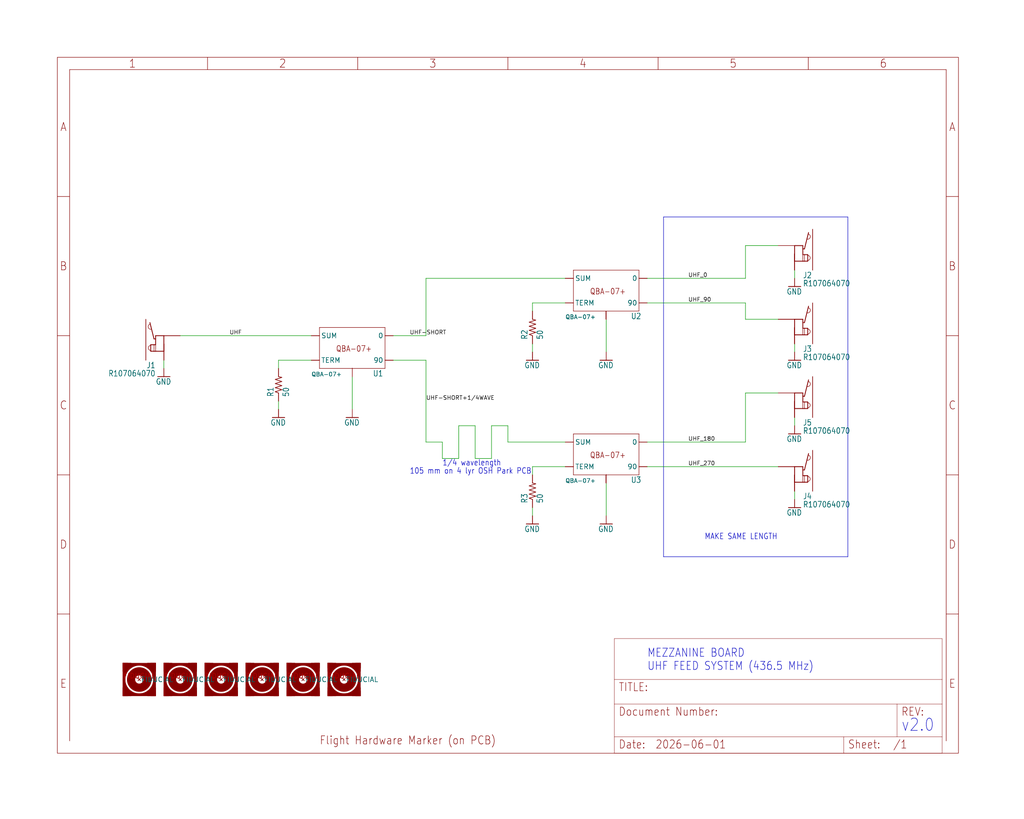
<source format=kicad_sch>
(kicad_sch (version 20250114) (generator "eeschema") (generator_version "9.0")
  (paper "User" 317.5 254.127)
  (lib_symbols
    (symbol "plusz-end-card-with-turnstile-mezzanine-eagle-import:FIDUCIAL-1.0X2.0"
      (symbol "FIDUCIAL-1.0X2.0_1_0"
        (polyline (pts (xy -5.08 5.08) (xy 5.08 5.08)) (stroke (width 0.127)))
        (rectangle (start -5.08 3.556) (end -2.54 5.08) (fill (type outline)))
        (rectangle (start -5.08 2.54) (end -3.556 5.08) (fill (type outline)))
        (rectangle (start -5.08 -5.08) (end -3.556 -2.54) (fill (type outline)))
        (rectangle (start -5.08 -5.08) (end -2.54 -3.556) (fill (type outline)))
        (polyline (pts (xy -5.08 -5.08) (xy -5.08 5.08)) (stroke (width 0.127)))
        (polyline (pts (xy -5.08 -5.08) (xy 5.08 -5.08)) (stroke (width 0.127)))
        (polyline (pts (xy -4.699 2.54) (xy -4.699 -2.54)) (stroke (width 0.762)))
        (polyline (pts (xy -2.54 4.699) (xy 2.54 4.699)) (stroke (width 0.762)))
        (polyline (pts (xy -2.54 -4.699) (xy 2.54 -4.699)) (stroke (width 0.762)))
        (circle (center 0 0) (radius 2.54) (stroke (width 2.54)))
        (circle (center 0 0) (radius 4.699) (stroke (width 0.762)))
        (rectangle (start 2.54 3.556) (end 5.08 5.08) (fill (type outline)))
        (rectangle (start 2.54 -5.08) (end 5.08 -3.556) (fill (type outline)))
        (rectangle (start 3.556 2.54) (end 5.08 5.08) (fill (type outline)))
        (rectangle (start 3.556 -5.08) (end 5.08 -2.54) (fill (type outline)))
        (polyline (pts (xy 4.699 -2.54) (xy 4.699 2.54)) (stroke (width 0.762)))
        (polyline (pts (xy 5.08 5.08) (xy 5.08 -5.08)) (stroke (width 0.127)))
        (pin no_connect line (at 0 0 0) (length 0) (name "FIDUCIAL") (number "FIDUCIAL"))
      )
    )
    (symbol "plusz-end-card-with-turnstile-mezzanine-eagle-import:FLIGHMARKERNEW"
      (symbol "FLIGHMARKERNEW_1_0"
        (text "Flight Hardware Marker (on PCB)" (at 0 0 0) (effects (font (size 2.54 2.159)) (justify left bottom)))
      )
    )
    (symbol "plusz-end-card-with-turnstile-mezzanine-eagle-import:FRAME_A_L"
      (symbol "FRAME_A_L_1_0"
        (polyline (pts (xy 0 215.9) (xy 279.4 215.9) (xy 279.4 0) (xy 0 0) (xy 0 215.9)))
        (polyline (pts (xy 0 172.72) (xy 3.81 172.72)))
        (polyline (pts (xy 0 129.54) (xy 3.81 129.54)))
        (polyline (pts (xy 0 86.36) (xy 3.81 86.36)))
        (polyline (pts (xy 0 43.18) (xy 3.81 43.18)))
        (polyline (pts (xy 3.81 212.09) (xy 3.81 3.81)))
        (polyline (pts (xy 46.5667 215.9) (xy 46.5667 212.09)))
        (polyline (pts (xy 93.1333 215.9) (xy 93.1333 212.09)))
        (polyline (pts (xy 139.7 215.9) (xy 139.7 212.09)))
        (polyline (pts (xy 186.2667 215.9) (xy 186.2667 212.09)))
        (polyline (pts (xy 232.8333 215.9) (xy 232.8333 212.09)))
        (polyline (pts (xy 275.59 212.09) (xy 3.81 212.09)))
        (polyline (pts (xy 275.59 212.09) (xy 275.59 3.81)))
        (polyline (pts (xy 275.59 172.72) (xy 279.4 172.72)))
        (polyline (pts (xy 275.59 129.54) (xy 279.4 129.54)))
        (polyline (pts (xy 275.59 86.36) (xy 279.4 86.36)))
        (polyline (pts (xy 275.59 43.18) (xy 279.4 43.18)))
        (text "A" (at 1.905 194.31 0) (effects (font (size 2.54 2.286))))
        (text "B" (at 1.905 151.13 0) (effects (font (size 2.54 2.286))))
        (text "C" (at 1.905 107.95 0) (effects (font (size 2.54 2.286))))
        (text "D" (at 1.905 64.77 0) (effects (font (size 2.54 2.286))))
        (text "E" (at 1.905 21.59 0) (effects (font (size 2.54 2.286))))
        (text "1" (at 23.2833 213.995 0) (effects (font (size 2.54 2.286))))
        (text "2" (at 69.85 213.995 0) (effects (font (size 2.54 2.286))))
        (text "3" (at 116.4167 213.995 0) (effects (font (size 2.54 2.286))))
        (text "4" (at 162.9833 213.995 0) (effects (font (size 2.54 2.286))))
        (text "5" (at 209.55 213.995 0) (effects (font (size 2.54 2.286))))
        (text "6" (at 256.1167 213.995 0) (effects (font (size 2.54 2.286))))
        (text "A" (at 277.495 194.31 0) (effects (font (size 2.54 2.286))))
        (text "B" (at 277.495 151.13 0) (effects (font (size 2.54 2.286))))
        (text "C" (at 277.495 107.95 0) (effects (font (size 2.54 2.286))))
        (text "D" (at 277.495 64.77 0) (effects (font (size 2.54 2.286))))
        (text "E" (at 277.495 21.59 0) (effects (font (size 2.54 2.286))))
      )
      (symbol "FRAME_A_L_2_0"
        (polyline (pts (xy 0 22.86) (xy 0 35.56)) (stroke (width 0.1016)))
        (polyline (pts (xy 0 22.86) (xy 101.6 22.86)) (stroke (width 0.1016)))
        (polyline (pts (xy 0 15.24) (xy 0 22.86)) (stroke (width 0.1016)))
        (polyline (pts (xy 0 5.08) (xy 0 15.24)) (stroke (width 0.1016)))
        (polyline (pts (xy 0 5.08) (xy 71.12 5.08)) (stroke (width 0.1016)))
        (polyline (pts (xy 0 0) (xy 0 5.08)) (stroke (width 0.1016)))
        (polyline (pts (xy 0 0) (xy 71.12 0)) (stroke (width 0.1016)))
        (polyline (pts (xy 71.12 5.08) (xy 71.12 0)) (stroke (width 0.1016)))
        (polyline (pts (xy 71.12 5.08) (xy 87.63 5.08)) (stroke (width 0.1016)))
        (polyline (pts (xy 71.12 0) (xy 101.6 0)) (stroke (width 0.1016)))
        (polyline (pts (xy 87.63 15.24) (xy 0 15.24)) (stroke (width 0.1016)))
        (polyline (pts (xy 87.63 15.24) (xy 87.63 5.08)) (stroke (width 0.1016)))
        (polyline (pts (xy 87.63 5.08) (xy 101.6 5.08)) (stroke (width 0.1016)))
        (polyline (pts (xy 101.6 35.56) (xy 0 35.56)) (stroke (width 0.1016)))
        (polyline (pts (xy 101.6 35.56) (xy 101.6 22.86)) (stroke (width 0.1016)))
        (polyline (pts (xy 101.6 22.86) (xy 101.6 15.24)) (stroke (width 0.1016)))
        (polyline (pts (xy 101.6 15.24) (xy 87.63 15.24)) (stroke (width 0.1016)))
        (polyline (pts (xy 101.6 15.24) (xy 101.6 5.08)) (stroke (width 0.1016)))
        (polyline (pts (xy 101.6 5.08) (xy 101.6 0)) (stroke (width 0.1016)))
        (text "TITLE:" (at 1.27 19.05 0) (effects (font (size 2.54 2.159)) (justify left bottom)))
        (text "Document Number:" (at 1.27 11.43 0) (effects (font (size 2.54 2.159)) (justify left bottom)))
        (text "Date:" (at 1.27 1.27 0) (effects (font (size 2.54 2.159)) (justify left bottom)))
        (text "${CURRENT_DATE}" (at 12.7 1.27 0) (effects (font (size 2.54 2.159)) (justify left bottom)))
        (text "${PROJECTNAME}" (at 17.78 19.05 0) (effects (font (size 2.54 2.159)) (justify left bottom)))
        (text "Sheet:" (at 72.39 1.27 0) (effects (font (size 2.54 2.159)) (justify left bottom)))
        (text "${#}/${##}" (at 86.36 1.27 0) (effects (font (size 2.54 2.159)) (justify left bottom)))
        (text "REV:" (at 88.9 11.43 0) (effects (font (size 2.54 2.159)) (justify left bottom)))
      )
    )
    (symbol "plusz-end-card-with-turnstile-mezzanine-eagle-import:GND" (power)
      (symbol "GND_1_0"
        (polyline (pts (xy -1.905 0) (xy 1.905 0)) (stroke (width 0.254)))
        (pin power_in line (at 0 2.54 270) (length 2.54) (name "GND") (number "1"))
      )
    )
    (symbol "plusz-end-card-with-turnstile-mezzanine-eagle-import:QBA-07+"
      (property "Reference" "U" (at -10.16 -10.16 0))
      (symbol "QBA-07+_1_0"
        (polyline (pts (xy -10.16 5.08) (xy 10.16 5.08)) (stroke (width 0.1524)))
        (polyline (pts (xy -10.16 -7.62) (xy -10.16 5.08)) (stroke (width 0.1524)))
        (polyline (pts (xy 10.16 5.08) (xy 10.16 -7.62)) (stroke (width 0.1524)))
        (polyline (pts (xy 10.16 -7.62) (xy -10.16 -7.62)) (stroke (width 0.1524)))
        (text "QBA-07+" (at -5.08 -2.54 0) (effects (font (size 1.778 1.5113)) (justify left bottom)))
        (pin passive line (at -12.7 2.54 0) (length 2.54) (name "SUM") (number "1"))
        (pin passive line (at -12.7 -5.08 0) (length 2.54) (name "TERM") (number "5"))
        (pin power_in line (at 0 -10.16 90) (length 2.54) (name "GND") (number "2"))
        (pin power_in line (at 0 -10.16 90) (length 2.54) (name "GND") (number "3"))
        (pin power_in line (at 0 -10.16 90) (length 2.54) (name "GND") (number "4"))
        (pin power_in line (at 0 -10.16 90) (length 2.54) (name "GND") (number "7"))
        (pin power_in line (at 0 -10.16 90) (length 2.54) (name "GND") (number "8"))
        (pin power_in line (at 0 -10.16 90) (length 2.54) (name "GND") (number "9"))
        (pin power_in line (at 0 -10.16 90) (length 2.54) (name "GND") (number "GND-NO-PAD"))
        (pin passive line (at 12.7 2.54 180) (length 2.54) (name "0") (number "6"))
        (pin passive line (at 12.7 -5.08 180) (length 2.54) (name "90") (number "10"))
      )
    )
    (symbol "plusz-end-card-with-turnstile-mezzanine-eagle-import:R-US_0603-C-NOSILK"
      (property "Reference" "R" (at -3.81 1.4986 0))
      (symbol "R-US_0603-C-NOSILK_1_0"
        (polyline (pts (xy -2.54 0) (xy -2.159 1.016)) (stroke (width 0.2032)))
        (polyline (pts (xy -2.159 1.016) (xy -1.524 -1.016)) (stroke (width 0.2032)))
        (polyline (pts (xy -1.524 -1.016) (xy -0.889 1.016)) (stroke (width 0.2032)))
        (polyline (pts (xy -0.889 1.016) (xy -0.254 -1.016)) (stroke (width 0.2032)))
        (polyline (pts (xy -0.254 -1.016) (xy 0.381 1.016)) (stroke (width 0.2032)))
        (polyline (pts (xy 0.381 1.016) (xy 1.016 -1.016)) (stroke (width 0.2032)))
        (polyline (pts (xy 1.016 -1.016) (xy 1.651 1.016)) (stroke (width 0.2032)))
        (polyline (pts (xy 1.651 1.016) (xy 2.286 -1.016)) (stroke (width 0.2032)))
        (polyline (pts (xy 2.286 -1.016) (xy 2.54 0)) (stroke (width 0.2032)))
        (pin passive line (at -5.08 0 0) (length 2.54) (name "1") (number "1"))
        (pin passive line (at 5.08 0 180) (length 2.54) (name "2") (number "2"))
      )
    )
    (symbol "plusz-end-card-with-turnstile-mezzanine-eagle-import:R107064070"
      (property "Reference" "J" (at 2.54 -10.16 0))
      (symbol "R107064070_1_0"
        (polyline (pts (xy 0 0) (xy 0 -4.826)) (stroke (width 0.254)))
        (polyline (pts (xy 0 -4.826) (xy 2.54 -4.826)) (stroke (width 0.254)))
        (polyline (pts (xy 2.54 0) (xy 0 0)) (stroke (width 0.254)))
        (polyline (pts (xy 2.54 -1.016) (xy 2.54 0)) (stroke (width 0.254)))
        (polyline (pts (xy 2.54 -2.794) (xy 2.54 -1.016)) (stroke (width 0.254)))
        (polyline (pts (xy 2.54 -2.794) (xy 2.54 -4.826)) (stroke (width 0.1524)))
        (polyline (pts (xy 2.54 -4.826) (xy 3.048 -4.826)) (stroke (width 0.254)))
        (polyline (pts (xy 3.048 -1.016) (xy 2.54 -1.016)) (stroke (width 0.254)))
        (polyline (pts (xy 3.048 -2.794) (xy 2.54 -2.794)) (stroke (width 0.254)))
        (polyline (pts (xy 3.048 -4.826) (xy 3.048 -2.794)) (stroke (width 0.1524)))
        (polyline (pts (xy 3.048 -4.826) (xy 4.064 -4.826)) (stroke (width 0.254)))
        (arc (start 4.318 3.556) (mid 4.826 2.54) (end 3.81 2.032) (stroke (width 0.1524)))
        (polyline (pts (xy 4.064 -2.794) (xy 3.048 -2.794)) (stroke (width 0.254)))
        (polyline (pts (xy 4.064 -3.048) (xy 4.064 -2.794)) (stroke (width 0.254)))
        (arc (start 4.064 -3.048) (mid 4.826 -3.81) (end 4.064 -4.572) (stroke (width 0.1524)))
        (polyline (pts (xy 4.064 -4.572) (xy 4.064 -3.048)) (stroke (width 0.254)))
        (polyline (pts (xy 4.064 -4.826) (xy 4.064 -4.572)) (stroke (width 0.254)))
        (polyline (pts (xy 4.318 4.064) (xy 3.048 -1.016)) (stroke (width 0.254)))
        (polyline (pts (xy 5.588 5.08) (xy 5.588 -7.62)) (stroke (width 0.2032)))
        (pin bidirectional line (at -5.08 0 0) (length 5.08) (name "P$1") (number "P$1"))
        (pin bidirectional line (at 0 -7.62 90) (length 5.08) (name "P$2") (number "P$2"))
        (pin bidirectional line (at 0 -7.62 90) (length 5.08) (name "P$2") (number "P$3"))
      )
    )
  )
  (text "v2.0" (at 279.4 227.33 0) (effects (font (size 3.81 3.2385)) (justify left bottom)))
  (text "MAKE SAME LENGTH" (at 218.44 167.64 0) (effects (font (size 1.778 1.5113)) (justify left bottom)))
  (text "1/4 wavelength" (at 137.16 144.78 0) (effects (font (size 1.778 1.5113)) (justify left bottom)))
  (text "105 mm on 4 lyr OSH Park PCB" (at 127 147.32 0) (effects (font (size 1.778 1.5113)) (justify left bottom)))
  (text "MEZZANINE BOARD\nUHF FEED SYSTEM (436.5 MHz)" (at 200.66 208.28 0) (effects (font (size 2.54 2.159)) (justify left bottom)))
  (wire (pts (xy 165.1 144.78) (xy 165.1 147.32)) (stroke (width 0.1524)))
  (wire (pts (xy 165.1 157.48) (xy 165.1 160.02)) (stroke (width 0.1524)))
  (wire (pts (xy 165.1 106.68) (xy 165.1 109.22)) (stroke (width 0.1524)))
  (wire (pts (xy 137.16 137.16) (xy 132.08 137.16)) (stroke (width 0.1524)))
  (wire (pts (xy 132.08 86.36) (xy 175.26 86.36)) (stroke (width 0.1524)))
  (wire (pts (xy 231.14 86.36) (xy 231.14 76.2)) (stroke (width 0.1524)))
  (wire (pts (xy 200.66 86.36) (xy 231.14 86.36)) (stroke (width 0.1524)))
  (wire (pts (xy 200.66 137.16) (xy 231.14 137.16)) (stroke (width 0.1524)))
  (wire (pts (xy 109.22 116.84) (xy 109.22 127)) (stroke (width 0.1524)))
  (polyline (pts (xy 262.89 172.72) (xy 262.89 67.31)) (stroke (width 0.1524) (type solid)))
  (polyline (pts (xy 205.74 172.72) (xy 262.89 172.72)) (stroke (width 0.1524) (type solid)))
  (wire (pts (xy 157.48 132.08) (xy 152.4 132.08)) (stroke (width 0.1524)))
  (wire (pts (xy 231.14 99.06) (xy 241.3 99.06)) (stroke (width 0.1524)))
  (wire (pts (xy 200.66 144.78) (xy 241.3 144.78)) (stroke (width 0.1524)))
  (wire (pts (xy 175.26 144.78) (xy 165.1 144.78)) (stroke (width 0.1524)))
  (wire (pts (xy 142.24 132.08) (xy 142.24 142.24)) (stroke (width 0.1524)))
  (wire (pts (xy 246.38 154.94) (xy 246.38 152.4)) (stroke (width 0.1524)))
  (wire (pts (xy 187.96 99.06) (xy 187.96 109.22)) (stroke (width 0.1524)))
  (wire (pts (xy 231.14 121.92) (xy 241.3 121.92)) (stroke (width 0.1524)))
  (wire (pts (xy 187.96 149.86) (xy 187.96 160.02)) (stroke (width 0.1524)))
  (wire (pts (xy 50.8 114.3) (xy 50.8 111.76)) (stroke (width 0.1524)))
  (polyline (pts (xy 205.74 67.31) (xy 205.74 172.72)) (stroke (width 0.1524) (type solid)))
  (wire (pts (xy 86.36 124.46) (xy 86.36 127)) (stroke (width 0.1524)))
  (wire (pts (xy 132.08 104.14) (xy 132.08 86.36)) (stroke (width 0.1524)))
  (wire (pts (xy 142.24 142.24) (xy 137.16 142.24)) (stroke (width 0.1524)))
  (wire (pts (xy 175.26 137.16) (xy 157.48 137.16)) (stroke (width 0.1524)))
  (wire (pts (xy 132.08 111.76) (xy 121.92 111.76)) (stroke (width 0.1524)))
  (wire (pts (xy 55.88 104.14) (xy 96.52 104.14)) (stroke (width 0.1524)))
  (wire (pts (xy 231.14 93.98) (xy 231.14 99.06)) (stroke (width 0.1524)))
  (wire (pts (xy 231.14 76.2) (xy 241.3 76.2)) (stroke (width 0.1524)))
  (wire (pts (xy 147.32 142.24) (xy 147.32 132.08)) (stroke (width 0.1524)))
  (wire (pts (xy 246.38 132.08) (xy 246.38 129.54)) (stroke (width 0.1524)))
  (wire (pts (xy 165.1 93.98) (xy 165.1 96.52)) (stroke (width 0.1524)))
  (wire (pts (xy 157.48 137.16) (xy 157.48 132.08)) (stroke (width 0.1524)))
  (wire (pts (xy 137.16 142.24) (xy 137.16 137.16)) (stroke (width 0.1524)))
  (wire (pts (xy 132.08 137.16) (xy 132.08 111.76)) (stroke (width 0.1524)))
  (wire (pts (xy 86.36 111.76) (xy 86.36 114.3)) (stroke (width 0.1524)))
  (wire (pts (xy 147.32 132.08) (xy 142.24 132.08)) (stroke (width 0.1524)))
  (polyline (pts (xy 262.89 67.31) (xy 205.74 67.31)) (stroke (width 0.1524) (type solid)))
  (wire (pts (xy 231.14 137.16) (xy 231.14 121.92)) (stroke (width 0.1524)))
  (wire (pts (xy 200.66 93.98) (xy 231.14 93.98)) (stroke (width 0.1524)))
  (wire (pts (xy 121.92 104.14) (xy 132.08 104.14)) (stroke (width 0.1524)))
  (wire (pts (xy 152.4 132.08) (xy 152.4 142.24)) (stroke (width 0.1524)))
  (wire (pts (xy 96.52 111.76) (xy 86.36 111.76)) (stroke (width 0.1524)))
  (wire (pts (xy 152.4 142.24) (xy 147.32 142.24)) (stroke (width 0.1524)))
  (wire (pts (xy 175.26 93.98) (xy 165.1 93.98)) (stroke (width 0.1524)))
  (wire (pts (xy 246.38 109.22) (xy 246.38 106.68)) (stroke (width 0.1524)))
  (wire (pts (xy 246.38 86.36) (xy 246.38 83.82)) (stroke (width 0.1524)))
  (label "UHF_270" (at 213.36 144.78 0) (effects (font (size 1.2446 1.2446))))
  (label "UHF" (at 71.12 104.14 0) (effects (font (size 1.2446 1.2446))))
  (label "UHF_90" (at 213.36 93.98 0) (effects (font (size 1.2446 1.2446))))
  (label "UHF-SHORT+1/4WAVE" (at 132.08 124.46 0) (effects (font (size 1.2446 1.2446))))
  (label "UHF-SHORT" (at 127 104.14 0) (effects (font (size 1.2446 1.2446))))
  (label "UHF_180" (at 213.36 137.16 0) (effects (font (size 1.2446 1.2446))))
  (label "UHF_0" (at 213.36 86.36 0) (effects (font (size 1.2446 1.2446))))
  (symbol (lib_id "plusz-end-card-with-turnstile-mezzanine-eagle-import:QBA-07+") (at 109.22 106.68 0) (unit 1)
    (property "Reference" "U1" (at 115.57 116.84 0) (effects (font (size 1.778 1.5113)) (justify left bottom)))
    (property "Value" "QBA-07+" (at 96.52 116.84 0) (effects (justify left bottom)))
    (property "Footprint" "plusz-end-card-with-turnstile-mezzanine:QBA-07+" (effects (hide yes)))
  )
  (symbol (lib_id "plusz-end-card-with-turnstile-mezzanine-eagle-import:GND") (at 187.96 162.56 0) (unit 1)
    (property "Reference" "#GND3" (effects (hide yes)))
    (property "Value" "GND" (at 185.42 165.1 0) (effects (font (size 1.778 1.5113)) (justify left bottom)))
  )
  (symbol (lib_id "plusz-end-card-with-turnstile-mezzanine-eagle-import:FIDUCIAL-1.0X2.0") (at 43.18 210.82 0) (unit 1)
    (property "Reference" "FIDUCIAL2" (effects (hide yes)))
    (property "Value" "FIDUCIAL-1.0X2.0" (effects (hide yes)))
    (property "Footprint" "plusz-end-card-with-turnstile-mezzanine:FIDUCIAL-1.0X2.0" (effects (hide yes)))
  )
  (symbol (lib_id "plusz-end-card-with-turnstile-mezzanine-eagle-import:R-US_0603-C-NOSILK") (at 86.36 119.38 90) (unit 1)
    (property "Reference" "R1" (at 84.8614 123.19 0) (effects (font (size 1.778 1.5113)) (justify left bottom)))
    (property "Value" "50" (at 89.662 123.19 0) (effects (font (size 1.778 1.5113)) (justify left bottom)))
    (property "Footprint" "plusz-end-card-with-turnstile-mezzanine:.0603-C-NOSILK" (effects (hide yes)))
  )
  (symbol (lib_id "plusz-end-card-with-turnstile-mezzanine-eagle-import:GND") (at 165.1 111.76 0) (unit 1)
    (property "Reference" "#GND5" (effects (hide yes)))
    (property "Value" "GND" (at 162.56 114.3 0) (effects (font (size 1.778 1.5113)) (justify left bottom)))
  )
  (symbol (lib_id "plusz-end-card-with-turnstile-mezzanine-eagle-import:R-US_0603-C-NOSILK") (at 165.1 101.6 90) (unit 1)
    (property "Reference" "R2" (at 163.6014 105.41 0) (effects (font (size 1.778 1.5113)) (justify left bottom)))
    (property "Value" "50" (at 168.402 105.41 0) (effects (font (size 1.778 1.5113)) (justify left bottom)))
    (property "Footprint" "plusz-end-card-with-turnstile-mezzanine:.0603-C-NOSILK" (effects (hide yes)))
  )
  (symbol (lib_id "plusz-end-card-with-turnstile-mezzanine-eagle-import:R107064070") (at 246.38 99.06 0) (unit 1)
    (property "Reference" "J3" (at 248.92 109.22 0) (effects (font (size 1.778 1.5113)) (justify left bottom)))
    (property "Value" "R107064070" (at 248.92 111.76 0) (effects (font (size 1.778 1.5113)) (justify left bottom)))
    (property "Footprint" "plusz-end-card-with-turnstile-mezzanine:R107064070_SOLDER" (effects (hide yes)))
  )
  (symbol (lib_id "plusz-end-card-with-turnstile-mezzanine-eagle-import:GND") (at 246.38 157.48 0) (unit 1)
    (property "Reference" "#GND10" (effects (hide yes)))
    (property "Value" "GND" (at 243.84 160.02 0) (effects (font (size 1.778 1.5113)) (justify left bottom)))
  )
  (symbol (lib_id "plusz-end-card-with-turnstile-mezzanine-eagle-import:GND") (at 50.8 116.84 0) (unit 1)
    (property "Reference" "#GND14" (effects (hide yes)))
    (property "Value" "GND" (at 48.26 119.38 0) (effects (font (size 1.778 1.5113)) (justify left bottom)))
  )
  (symbol (lib_id "plusz-end-card-with-turnstile-mezzanine-eagle-import:FRAME_A_L") (at 17.78 233.68 0) (unit 1)
    (property "Reference" "#FRAME1" (effects (hide yes)))
    (property "Value" "FRAME_A_L" (effects (hide yes)))
  )
  (symbol (lib_id "plusz-end-card-with-turnstile-mezzanine-eagle-import:FIDUCIAL-1.0X2.0") (at 106.68 210.82 0) (unit 1)
    (property "Reference" "FIDUCIAL1" (effects (hide yes)))
    (property "Value" "FIDUCIAL-1.0X2.0" (effects (hide yes)))
    (property "Footprint" "plusz-end-card-with-turnstile-mezzanine:FIDUCIAL-1.0X2.0" (effects (hide yes)))
  )
  (symbol (lib_id "plusz-end-card-with-turnstile-mezzanine-eagle-import:GND") (at 246.38 134.62 0) (unit 1)
    (property "Reference" "#GND9" (effects (hide yes)))
    (property "Value" "GND" (at 243.84 137.16 0) (effects (font (size 1.778 1.5113)) (justify left bottom)))
  )
  (symbol (lib_id "plusz-end-card-with-turnstile-mezzanine-eagle-import:FIDUCIAL-1.0X2.0") (at 93.98 210.82 0) (unit 1)
    (property "Reference" "FIDUCIAL7" (effects (hide yes)))
    (property "Value" "FIDUCIAL-1.0X2.0" (effects (hide yes)))
    (property "Footprint" "plusz-end-card-with-turnstile-mezzanine:FIDUCIAL-1.0X2.0" (effects (hide yes)))
  )
  (symbol (lib_id "plusz-end-card-with-turnstile-mezzanine-eagle-import:FIDUCIAL-1.0X2.0") (at 55.88 210.82 0) (unit 1)
    (property "Reference" "FIDUCIAL3" (effects (hide yes)))
    (property "Value" "FIDUCIAL-1.0X2.0" (effects (hide yes)))
    (property "Footprint" "plusz-end-card-with-turnstile-mezzanine:FIDUCIAL-1.0X2.0" (effects (hide yes)))
  )
  (symbol (lib_id "plusz-end-card-with-turnstile-mezzanine-eagle-import:GND") (at 109.22 129.54 0) (unit 1)
    (property "Reference" "#GND1" (effects (hide yes)))
    (property "Value" "GND" (at 106.68 132.08 0) (effects (font (size 1.778 1.5113)) (justify left bottom)))
  )
  (symbol (lib_id "plusz-end-card-with-turnstile-mezzanine-eagle-import:GND") (at 165.1 162.56 0) (unit 1)
    (property "Reference" "#GND6" (effects (hide yes)))
    (property "Value" "GND" (at 162.56 165.1 0) (effects (font (size 1.778 1.5113)) (justify left bottom)))
  )
  (symbol (lib_id "plusz-end-card-with-turnstile-mezzanine-eagle-import:QBA-07+") (at 187.96 88.9 0) (unit 1)
    (property "Reference" "U2" (at 195.58 99.06 0) (effects (font (size 1.778 1.5113)) (justify left bottom)))
    (property "Value" "QBA-07+" (at 175.26 99.06 0) (effects (justify left bottom)))
    (property "Footprint" "plusz-end-card-with-turnstile-mezzanine:QBA-07+" (effects (hide yes)))
  )
  (symbol (lib_id "plusz-end-card-with-turnstile-mezzanine-eagle-import:FLIGHMARKERNEW") (at 99.06 231.14 0) (unit 1)
    (property "Reference" "U$1" (effects (hide yes)))
    (property "Value" "FLIGHMARKERNEW" (effects (hide yes)))
    (property "Footprint" "plusz-end-card-with-turnstile-mezzanine:FLIGHTMARKER_NEW_BOARDS" (effects (hide yes)))
  )
  (symbol (lib_id "plusz-end-card-with-turnstile-mezzanine-eagle-import:GND") (at 246.38 111.76 0) (unit 1)
    (property "Reference" "#GND8" (effects (hide yes)))
    (property "Value" "GND" (at 243.84 114.3 0) (effects (font (size 1.778 1.5113)) (justify left bottom)))
  )
  (symbol (lib_id "plusz-end-card-with-turnstile-mezzanine-eagle-import:FRAME_A_L") (at 190.5 233.68 0) (unit 2)
    (property "Reference" "#FRAME1" (effects (hide yes)))
    (property "Value" "FRAME_A_L" (effects (hide yes)))
  )
  (symbol (lib_id "plusz-end-card-with-turnstile-mezzanine-eagle-import:R107064070") (at 246.38 76.2 0) (unit 1)
    (property "Reference" "J2" (at 248.92 86.36 0) (effects (font (size 1.778 1.5113)) (justify left bottom)))
    (property "Value" "R107064070" (at 248.92 88.9 0) (effects (font (size 1.778 1.5113)) (justify left bottom)))
    (property "Footprint" "plusz-end-card-with-turnstile-mezzanine:R107064070_SOLDER" (effects (hide yes)))
  )
  (symbol (lib_id "plusz-end-card-with-turnstile-mezzanine-eagle-import:R-US_0603-C-NOSILK") (at 165.1 152.4 90) (unit 1)
    (property "Reference" "R3" (at 163.6014 156.21 0) (effects (font (size 1.778 1.5113)) (justify left bottom)))
    (property "Value" "50" (at 168.402 156.21 0) (effects (font (size 1.778 1.5113)) (justify left bottom)))
    (property "Footprint" "plusz-end-card-with-turnstile-mezzanine:.0603-C-NOSILK" (effects (hide yes)))
  )
  (symbol (lib_id "plusz-end-card-with-turnstile-mezzanine-eagle-import:GND") (at 86.36 129.54 0) (unit 1)
    (property "Reference" "#GND4" (effects (hide yes)))
    (property "Value" "GND" (at 83.82 132.08 0) (effects (font (size 1.778 1.5113)) (justify left bottom)))
  )
  (symbol (lib_id "plusz-end-card-with-turnstile-mezzanine-eagle-import:FIDUCIAL-1.0X2.0") (at 68.58 210.82 0) (unit 1)
    (property "Reference" "FIDUCIAL4" (effects (hide yes)))
    (property "Value" "FIDUCIAL-1.0X2.0" (effects (hide yes)))
    (property "Footprint" "plusz-end-card-with-turnstile-mezzanine:FIDUCIAL-1.0X2.0" (effects (hide yes)))
  )
  (symbol (lib_id "plusz-end-card-with-turnstile-mezzanine-eagle-import:R107064070") (at 246.38 144.78 0) (unit 1)
    (property "Reference" "J4" (at 248.92 154.94 0) (effects (font (size 1.778 1.5113)) (justify left bottom)))
    (property "Value" "R107064070" (at 248.92 157.48 0) (effects (font (size 1.778 1.5113)) (justify left bottom)))
    (property "Footprint" "plusz-end-card-with-turnstile-mezzanine:R107064070_SOLDER" (effects (hide yes)))
  )
  (symbol (lib_id "plusz-end-card-with-turnstile-mezzanine-eagle-import:R107064070") (at 246.38 121.92 0) (unit 1)
    (property "Reference" "J5" (at 248.92 132.08 0) (effects (font (size 1.778 1.5113)) (justify left bottom)))
    (property "Value" "R107064070" (at 248.92 134.62 0) (effects (font (size 1.778 1.5113)) (justify left bottom)))
    (property "Footprint" "plusz-end-card-with-turnstile-mezzanine:R107064070_SOLDER" (effects (hide yes)))
  )
  (symbol (lib_id "plusz-end-card-with-turnstile-mezzanine-eagle-import:GND") (at 187.96 111.76 0) (unit 1)
    (property "Reference" "#GND2" (effects (hide yes)))
    (property "Value" "GND" (at 185.42 114.3 0) (effects (font (size 1.778 1.5113)) (justify left bottom)))
  )
  (symbol (lib_id "plusz-end-card-with-turnstile-mezzanine-eagle-import:GND") (at 246.38 88.9 0) (unit 1)
    (property "Reference" "#GND7" (effects (hide yes)))
    (property "Value" "GND" (at 243.84 91.44 0) (effects (font (size 1.778 1.5113)) (justify left bottom)))
  )
  (symbol (lib_id "plusz-end-card-with-turnstile-mezzanine-eagle-import:R107064070") (at 50.8 104.14 0) (mirror y) (unit 1)
    (property "Reference" "J1" (at 48.26 114.3 0) (effects (font (size 1.778 1.5113)) (justify left bottom)))
    (property "Value" "R107064070" (at 48.26 116.84 0) (effects (font (size 1.778 1.5113)) (justify left bottom)))
    (property "Footprint" "plusz-end-card-with-turnstile-mezzanine:R107064070_SOLDER" (effects (hide yes)))
  )
  (symbol (lib_id "plusz-end-card-with-turnstile-mezzanine-eagle-import:QBA-07+") (at 187.96 139.7 0) (unit 1)
    (property "Reference" "U3" (at 195.58 149.86 0) (effects (font (size 1.778 1.5113)) (justify left bottom)))
    (property "Value" "QBA-07+" (at 175.26 149.86 0) (effects (justify left bottom)))
    (property "Footprint" "plusz-end-card-with-turnstile-mezzanine:QBA-07+" (effects (hide yes)))
  )
  (symbol (lib_id "plusz-end-card-with-turnstile-mezzanine-eagle-import:FIDUCIAL-1.0X2.0") (at 81.28 210.82 0) (unit 1)
    (property "Reference" "FIDUCIAL6" (effects (hide yes)))
    (property "Value" "FIDUCIAL-1.0X2.0" (effects (hide yes)))
    (property "Footprint" "plusz-end-card-with-turnstile-mezzanine:FIDUCIAL-1.0X2.0" (effects (hide yes)))
  )
)
</source>
